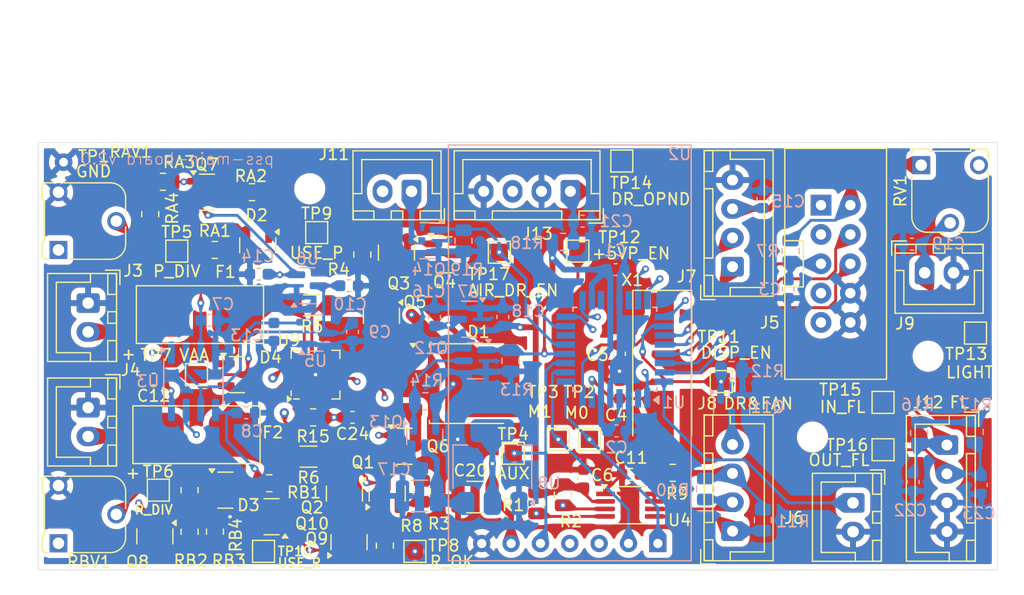
<source format=kicad_pcb>
(kicad_pcb (version 20240108) (generator "pcbnew") (generator_version "8.0")
  (layers (0 "F.Cu" signal) (1 "In1.Cu" signal) (2 "In2.Cu" signal) (31 "B.Cu" signal) (34 "B.Paste" user) (35 "F.Paste" user) (36 "B.SilkS" user "B.Silkscreen") (37 "F.SilkS" user "F.Silkscreen") (38 "B.Mask" user) (39 "F.Mask" user) (44 "Edge.Cuts" user))
  (net 0 "")
  (net 1 "+3.3V")
  (net 2 "GND")
  (net 3 "Net-(U1-XTAL1{slash}PB6)")
  (net 4 "Net-(D2-common)")
  (net 5 "VAA")
  (net 6 "Net-(U4-EN)")
  (net 7 "/VREF")
  (net 8 "/VOFFSET")
  (net 9 "VCC")
  (net 10 "Net-(Q13-D)")
  (net 11 "/LIGHT_VALUE")
  (net 12 "+5VP")
  (net 13 "/IS_DOOR_OPENED")
  (net 14 "/INDOOR_FL")
  (net 15 "/OUTDOOR_FL")
  (net 16 "Net-(Q6-D)")
  (net 17 "Net-(Q5-D)")
  (net 18 "Net-(D2-K)")
  (net 19 "Net-(D2-A)")
  (net 20 "/R_VCC_BS")
  (net 21 "/P_VCC_BS")
  (net 22 "Net-(J3-Pin_2)")
  (net 23 "Net-(J4-Pin_2)")
  (net 24 "/RESET#")
  (net 25 "Net-(U1-XTAL2{slash}PB7)")
  (net 28 "/TXD")
  (net 29 "/WAKEUP_BUTTON")
  (net 30 "/SCL")
  (net 31 "/SDA")
  (net 32 "Net-(J8-Pin_4)")
  (net 33 "/SCL_5V")
  (net 34 "/SDA_5V")
  (net 35 "Net-(Q1-S)")
  (net 36 "Net-(Q1-D)")
  (net 37 "/IS_USE_RESERVE")
  (net 38 "/IS_USE_PRIMARY")
  (net 39 "Net-(Q3-S)")
  (net 40 "Net-(Q3-D)")
  (net 41 "/P_VCC_AS")
  (net 42 "/R_VCC_AS")
  (net 43 "Net-(Q7-D)")
  (net 44 "Net-(Q8-D)")
  (net 45 "Net-(Q9-S)")
  (net 46 "/DISPLAY_EN")
  (net 47 "Net-(Q12-D)")
  (net 48 "/+5VP_EN")
  (net 49 "/AIR_DRYER_EN")
  (net 50 "/IS_RESERVE_OK")
  (net 51 "Net-(U9-VPU)")
  (net 52 "/LORA_M1")
  (net 53 "/LORA_AUX")
  (net 54 "/SCK")
  (net 55 "/LORA_M0")
  (net 56 "/MISO")
  (net 61 "Net-(D3-common)")
  (net 62 "Net-(D3-K)")
  (net 63 "Net-(D3-A)")
  (net 64 "/RXD")
  (net 66 "/MOSI")
  (net 69 "Net-(J11-Pin_1)")
  (net 70 "Net-(RA3-Pad2)")
  (net 71 "Net-(RB3-Pad2)")
  (footprint "MountingHole:MountingHole_2.2mm_M2" (layer "F.Cu") (at 105 44.5)
    (property "Reference" "H2" (hide yes))
    (property "Value" "MountingHole")
  )
  (footprint "Package_TO_SOT_SMD:SOT-23" (layer "F.Cu") (at 69.7 45.3)
    (property "Reference" "Q6")
    (property "Value" "IRLML5203")
  )
  (footprint "TestPoint:TestPoint_Pad_1.5x1.5mm" (layer "F.Cu") (at 88.5 20.6)
    (property "Reference" "TP14")
    (property "Value" "DOOR_OPENED")
  )
  (footprint "TestPoint:TestPoint_Pad_1.5x1.5mm" (layer "F.Cu") (at 70.6 54.4)
    (property "Reference" "TP8")
    (property "Value" "R_OK")
  )
  (footprint "Resistor_SMD:R_0805_2012Metric" (layer "F.Cu") (at 48.8 22.4 180)
    (property "Reference" "RA3")
    (property "Value" "1M")
  )
  (footprint "MountingHole:MountingHole_2.2mm_M2" (layer "F.Cu") (at 115 37.5)
    (property "Reference" "H3" (hide yes))
    (property "Value" "MountingHole")
  )
  (footprint "TestPoint:TestPoint_Pad_1.5x1.5mm" (layer "F.Cu") (at 84.7 28.4)
    (property "Reference" "TP12")
    (property "Value" "+5VP_EN")
  )
  (footprint "TestPoint:TestPoint_Pad_1.5x1.5mm" (layer "F.Cu") (at 79.1 45.9)
    (property "Reference" "TP4")
    (property "Value" "AUX")
  )
  (footprint "TestPoint:TestPoint_Pad_1.5x1.5mm" (layer "F.Cu") (at 62.1 26.8)
    (property "Reference" "TP9")
    (property "Value" "USE_P")
  )
  (footprint "Package_TO_SOT_SMD:SOT-23" (layer "F.Cu") (at 52.6 23.3)
    (property "Reference" "Q7")
    (property "Value" "IRLML5203")
  )
  (footprint "Package_TO_SOT_SMD:SOT-23" (layer "F.Cu") (at 73.155097 28.726082)
    (property "Reference" "Q4")
    (property "Value" "IRLML0030")
  )
  (footprint "TestPoint:TestPoint_Pad_1.5x1.5mm" (layer "F.Cu") (at 97.1 39.7)
    (property "Reference" "TP11")
    (property "Value" "DISP_EN")
  )
  (footprint "Capacitor_SMD:C_0603_1608Metric" (layer "F.Cu") (at 88.3 37.3 -90)
    (property "Reference" "C5")
    (property "Value" "15 pF")
  )
  (footprint "TestPoint:TestPoint_Pad_1.5x1.5mm" (layer "F.Cu") (at 51.7 39.1)
    (property "Reference" "TP7")
    (property "Value" "VAA")
  )
  (footprint "Package_TO_SOT_SMD:SOT-23" (layer "F.Cu") (at 67.7 34 -90)
    (property "Reference" "Q5")
    (property "Value" "IRLML5203")
  )
  (footprint "Resistor_SMD:R_0805_2012Metric" (layer "F.Cu") (at 71.2 49.2 90)
    (property "Reference" "R3")
    (property "Value" "100K")
  )
  (footprint "Resistor_SMD:R_0805_2012Metric" (layer "F.Cu") (at 47.7 25.2 -90)
    (property "Reference" "RA4")
    (property "Value" "2M")
  )
  (footprint "Resistor_SMD:R_0805_2012Metric" (layer "F.Cu") (at 92.9 47.6 180)
    (property "Reference" "R9")
    (property "Value" "200K")
  )
  (footprint "Connector_JST:JST_XH_B2B-XH-A_1x02_P2.50mm_Vertical" (layer "F.Cu") (at 42.325 41.95 -90)
    (property "Reference" "J4")
    (property "Value" "JST XH 2P")
  )
  (footprint "Package_TO_SOT_SMD:SOT-23" (layer "F.Cu") (at 69 28.5375 -90)
    (property "Reference" "Q3")
    (property "Value" "IRLML5203")
  )
  (footprint "Capacitor_SMD:C_0603_1608Metric" (layer "F.Cu") (at 48 39.5 180)
    (property "Reference" "C12")
    (property "Value" "100 nF")
  )
  (footprint "TestPoint:TestPoint_Pad_1.5x1.5mm" (layer "F.Cu") (at 111.1 45.6)
    (property "Reference" "TP16")
    (property "Value" "OUT_FL")
  )
  (footprint "TestPoint:TestPoint_Pad_1.5x1.5mm" (layer "F.Cu") (at 48.4 49.1)
    (property "Reference" "TP6")
    (property "Value" "R_DIV")
  )
  (footprint "TestPoint:TestPoint_Pad_1.5x1.5mm" (layer "F.Cu") (at 57.5 54.4)
    (property "Reference" "TP10")
    (property "Value" "USE_R")
  )
  (footprint "TestPoint:TestPoint_Pad_1.5x1.5mm" (layer "F.Cu") (at 85.7 44.7)
    (property "Reference" "TP2")
    (property "Value" "M0")
  )
  (footprint "TestPoint:TestPoint_Pad_1.5x1.5mm" (layer "F.Cu") (at 77.9 28.5)
    (property "Reference" "TP17")
    (property "Value" "AIR_DR_EN")
  )
  (footprint "Resistor_SMD:R_0805_2012Metric" (layer "F.Cu") (at 61.7875 42.8 180)
    (property "Reference" "R15")
    (property "Value" "10K")
  )
  (footprint "Resistor_SMD:R_0805_2012Metric" (layer "F.Cu") (at 66.05 28.7 -90)
    (property "Reference" "R4")
    (property "Value" "100K")
  )
  (footprint "Package_TO_SOT_SMD:SOT-23" (layer "F.Cu") (at 54.2 49.1)
    (property "Reference" "D3")
    (property "Value" "BAS40-04")
  )
  (footprint "Crystal:Crystal_SMD_HC49-SD" (layer "F.Cu") (at 92 38.5 -90)
    (property "Reference" "X1")
    (property "Value" "HC-49SM, 8MHZ")
  )
  (footprint "Connector_JST:JST_XH_B2B-XH-A_1x02_P2.50mm_Vertical" (layer "F.Cu") (at 108.5 50.2 -90)
    (property "Reference" "J6")
    (property "Value" "JST XH 2P")
  )
  (footprint "Resistor_SMD:R_0805_2012Metric" (layer "F.Cu") (at 53.3 52.7 90)
    (property "Reference" "RB4")
    (property "Value" "2M")
  )
  (footprint "Resistor_SMD:R_0805_2012Metric" (layer "F.Cu") (at 68 53.9 90)
    (property "Reference" "R8")
    (property "Value" "100K")
  )
  (footprint "Connector_JST:JST_XH_B4B-XH-A_1x04_P2.50mm_Vertical" (layer "F.Cu") (at 98.075 52.65 90)
    (property "Reference" "J8")
    (property "Value" "2004A I2C Display")
  )
  (footprint "Package_TO_SOT_SMD:SOT-23" (layer "F.Cu") (at 48.1 53.1 -90)
    (property "Reference" "Q8")
    (property "Value" "IRLML5203")
  )
  (footprint "Library:TestPoint_Plated_Hole_D1.0mm" (layer "F.Cu") (at 40.2 20.7)
    (property "Reference" "TP1")
    (property "Value" "GND")
  )
  (footprint "Package_TO_SOT_SMD:SOT-23" (layer "F.Cu") (at 58.2 51.4 180)
    (property "Reference" "Q10")
    (property "Value" "IRLML0030")
  )
  (footprint "TestPoint:TestPoint_Pad_1.5x1.5mm" (layer "F.Cu") (at 111.1 41.5)
    (property "Reference" "TP15")
    (property "Value" "IN_FL")
  )
  (footprint "Capacitor_SMD:C_0603_1608Metric" (layer "F.Cu") (at 85.2 48.1 -90)
    (property "Reference" "C6")
    (property "Value" "100 nF")
  )
  (footprint "Package_TO_SOT_SMD:SOT-23" (layer "F.Cu") (at 55.2 39.1)
    (property "Reference" "D4")
    (property "Value" "BAS40-05")
  )
  (footprint "Resistor_SMD:R_0805_2012Metric" (layer "F.Cu") (at 51.1 52.7 -90)
    (property "Reference" "RB3")
    (property "Value" "1M")
  )
  (footprint "Resistor_SMD:R_0805_2012Metric" (layer "F.Cu") (at 51.1 49.1 -90)
    (property "Reference" "RB2")
    (property "Value" "2M")
  )
  (footprint "Potentiometer_THT:Potentiometer_Runtron_RM-065_Vertical" (layer "F.Cu") (at 39.76 28.3 90)
    (property "Reference" "RAV1")
    (property "Value" "RM065, 1M")
  )
  (footprint "Connector_JST:JST_XH_B2B-XH-A_1x02_P2.50mm_Vertical" (layer "F.Cu") (at 42.325 32.9 -90)
    (property "Reference" "J3")
    (property "Value" "JST XH 2P")
  )
  (footprint "Connector_JST:JST_XH_B2B-XH-A_1x02_P2.50mm_Vertical" (layer "F.Cu") (at 114.7 30.275)
    (property "Reference" "J9")
    (property "Value" "JST XH 2P")
  )
  (footprint "Package_TO_SOT_SMD:SOT-23" (layer "F.Cu") (at 64.5 49.4 -90)
    (property "Reference" "Q2")
    (property "Value" "IRLML0030")
  )
  (footprint "Capacitor_SMD:C_0603_1608Metric" (layer "F.Cu") (at 89.2875 47.725)
    (property "Reference" "C11")
    (property "Value" "200 pF")
  )
  (footprint "Resistor_SMD:R_0805_2012Metric" (layer "F.Cu") (at 83.4 49.5 -90)
    (property "Reference" "R2")
    (property "Value" "4K7")
  )
  (footprint "Capacitor_SMD:C_1210_3225Metric" (layer "F.Cu") (at 75.8 49.7)
    (property "Reference" "C20")
    (property "Value" "22 uF")
  )
  (footprint "Resistor_SMD:R_0805_2012Metric" (layer "F.Cu") (at 81.1 50.2 -90)
    (property "Reference" "R1")
    (property "Value" "4K7")
  )
  (footprint "Capacitor_SMD:C_0603_1608Metric" (layer "F.Cu") (at 65.2 42.8 180)
    (property "Reference" "C24")
    (property "Value" "100 nF")
  )
  (footprint "Connector_JST:JST_XH_B4B-XH-A_1x04_P2.50mm_Vertical" (layer "F.Cu") (at 116.625 45.19 -90)
    (property "Reference" "J12")
    (property "Value" "JST XH B4B")
  )
  (footprint "Potentiometer_THT:Potentiometer_Runtron_RM-065_Vertical" (layer "F.Cu") (at 39.76 53.7 90)
    (property "Reference" "RBV1")
    (property "Value" "RM065, 1M")
  )
  (footprint "Resistor_SMD:R_1206_3216Metric" (layer "F.Cu") (at 61.4 46.2 180)
    (property "Reference" "R6")
    (property "Value" "0.01")
  )
  (footprint "Resistor_SMD:R_0805_2012Metric" (layer "F.Cu") (at 53.2875 28.3)
    (property "Reference" "RA1")
    (property "Value" "1M")
  )
  (footprint "Connector_JST:JST_XH_B4B-XH-A_1x04_P2.50mm_Vertical" (layer "F.Cu") (at 98.075 29.75 90)
    (property "Reference" "J7")
    (property "Value" "BME280")
  )
  (footprint "Library:FuseHolder1808" (layer "F.Cu") (at 52 33.9)
    (property "Reference" "F1")
    (property "Value" "2A")
  )
  (footprint "Capacitor_SMD:C_0603_1608Metric" (layer "F.Cu") (at 88.3 40.4 90)
    (property "Reference" "C4")
    (property "Value" "15 pF")
  )
  (footprint "Package_TO_SOT_SMD:SOT-23" (layer "F.Cu") (at 68.2 49.4 90)
    (property "Reference" "Q1")
    (property "Value" "IRLML5203")
  )
  (footprint "TestPoint:TestPoint_Pad_1.5x1.5mm" (layer "F.Cu") (at 119.1 35.5)
    (property "Reference" "TP13")
    (property "Value" "LIGHT")
  )
  (footprint "Library:FuseHolder1808" (layer "F.Cu") (at 51.7 44.3)
    (property "Reference" "F2")
    (property "Value" "2A")
  )
  (footprint "Package_DFN_QFN:Texas_RGV0016A_VQFN-16-1EP_4x4mm_P0.65mm_EP2.1x2.1mm" (layer "F.Cu") (at 62 39.1 90)
    (property "Reference" "U9")
    (property "Value" "INA3221")
  )
  (footprint "Library:DC3-2x05_p2.54" (layer "F.Cu") (at 107 29.5 90)
    (property "Reference" "J5")
    (property "Value" "USBASP" (hide yes))
  )
  (footprint "MountingHole:MountingHole_2.2mm_M2" (layer "F.Cu") (at 61.5 23)
    (property "Reference" "H1" (hide yes))
    (property "Value" "MountingHole")
  )
  (footprint "Resistor_SMD:R_0805_2012Metric" (layer "F.Cu") (at 58 48.5 180)
    (property "Reference" "RB1")
    (property "Value" "1M")
  )
  (footprint "TestPoint:TestPoint_Pad_1.5x1.5mm" (layer "F.Cu") (at 50 28.4)
    (property "Reference" "TP5")
    (property "Value" "P_DIV")
  )
  (footprint "Connector_JST:JST_XH_B4B-XH-A_1x04_P2.50mm_Vertical" (layer "F.Cu") (at 84.049 23.225 180)
    (property "Reference" "J13")
    (property "Value" "JST XH B4B")
  )
  (footprint "Package_SO:MSOP-8_3x3mm_P0.65mm" (layer "F.Cu") (at 89.2 50.4)
    (property "Reference" "U4")
    (property "Value" "PCA9306")
  )
  (footprint "Connector_JST:JST_XH_B2B-XH-A_1x02_P2.50mm_Vertical" (layer "F.Cu") (at 70.3 23.225 180)
    (property "Reference" "J11")
    (property "Value" "JST XH 2P")
  )
  (footprint "Package_TO_SOT_SMD:SOT-23" (layer "F.Cu") (at 57 27.9 -90)
    (property "Reference" "D2")
    (property "Value" "BAS40-04")
  )
  (footprint "Package_TO_SOT_SMD:TO-252-2" (layer "F.Cu") (at 75.165 39.875)
    (property "Reference" "D1")
    (property "Value" "MBR1060CS")
  )
  (footprint "Package_TO_SOT_SMD:SOT-23" (layer "F.Cu") (at 64.9 53.6 90)
    (property "Reference" "Q9")
    (property "Value" "IRLML5203")
  )
  (footprint "Resistor_SMD:R_1206_3216Metric" (layer "F.Cu") (at 61.7 33.1 180)
    (property "Reference" "R5")
    (property "Value" "0.01")
  )
  (footprint "TestPoint:TestPoint_Pad_1.5x1.5mm" (layer "F.Cu") (at 83 44.7)
    (property "Reference" "TP3")
    (property "Value" "M1")
  )
  (footprint "Potentiometer_THT:Potentiometer_Runtron_RM-065_Vertical" (layer "F.Cu") (at 114.4 20.96)
    (property "Reference" "RV1")
    (property "Value" "RM065, 2M")
  )
  (footprint "Resistor_SMD:R_0805_2012Metric" (layer "F.Cu") (at 56.5 23.3 180)
    (property "Reference" "RA2")
    (property "Value" "2M")
  )
  (footprint "Capacitor_SMD:C_0603_1608Metric" (layer "B.Cu") (at 113.6 27.8 180)
    (property "Reference" "C19")
    (property "Value" "10 nF")
  )
  (footprint "Package_TO_SOT_SMD:SOT-23" (layer "B.Cu") (at 71.45 44.5 -90)
    (property "Reference" "Q13")
    (property "Value" "IRLML5203")
  )
  (footprint "Capacitor_SMD:C_0603_1608Metric" (layer "B.Cu") (at 113.7 48.4 -90)
    (property "Reference" "C22")
    (property "Value" "10 nF")
  )
  (footprint "Capacitor_SMD:C_0603_1608Metric" (layer "B.Cu") (at 56 42.4)
    (property "Reference" "C8")
    (property "Value" "100 nF")
  )
  (footprint "Package_TO_SOT_SMD:SOT-23" (layer "B.Cu") (at 61.3 31.4)
    (property "Reference" "U6")
    (property "Value" "MCP1703T-5002E/CB")
  )
  (footprint "Package_SO:SOIC-8_3.9x4.9mm_P1.27mm" (layer "B.Cu") (at 51.435 39.675 -90)
    (property "Reference" "U3")
    (property "Value" "TS3702IDT")
  )
  (footprint "Capacitor_SMD:C_1210_3225Metric" (layer "B.Cu") (at 71 49.6)
    (property "Reference" "C17")
    (property "Value" "22 uF")
  )
  (footprint "Resistor_SMD:R_0805_2012Metric" (layer "B.Cu") (at 78.8625 37.9 -90)
    (property "Reference" "R13")
    (property "Value" "10K")
  )
  (footprint "Resistor_SMD:R_0805_2012Metric" (layer "B.Cu") (at 83.4 27.6 180)
    (property "Reference" "R18")
    (property "Value" "2M")
  )
  (footprint "Package_TO_SOT_SMD:SOT-23" (layer "B.Cu") (at 62 35.5)
    (property "Reference" "U5")
    (property "Value" "MCP1703T-3302E/CB")
  )
  (footprint "Capacitor_SMD:C_0603_1608Metric" (layer "B.Cu") (at 87.95 30)
    (property "Reference" "C1")
    (property "Value" "100 nF")
  )
  (footprint "Capacitor_SMD:C_0603_1608Metric" (layer "B.Cu") (at 52.8 34.4)
    (property "Reference" "C7")
    (property "Value" "100 nF")
  )
  (footprint "Resistor_SMD:R_0805_2012Metric" (layer "B.Cu") (at 114.225 44.15 90)
    (property "Reference" "R16")
    (property "Value" "2M")
  )
  (footprint "Resistor_SMD:R_0805_2012Metric" (layer "B.Cu") (at 103.1 28.4 90)
    (property "Reference" "R7")
    (property "Value" "10K")
  )
  (footprint "Capacitor_SMD:C_0603_1608Metric" (layer "B.Cu") (at 102.9 31.7 -90)
    (property "Reference" "C3")
    (property "Value" "100 nF")
  )
  (footprint "Resistor_SMD:R_0805_2012Metric" (layer "B.Cu") (at 98 38.7)
    (property "Reference" "R12")
    (property "Value" "10K")
  )
  (footprint "Capacitor_SMD:C_0603_1608Metric" (layer "B.Cu") (at 65.2 35.4 -90)
    (property "Reference" "C9")
    (property "Value" "10 uF")
  )
  (footprint "Package_TO_SOT_SMD:SOT-23" (layer "B.Cu") (at 75.3 34.3 180)
    (property "Reference" "U7")
    (property "Value" "MCP1703T-3302E/CB")
  )
  (footprint "Resistor_SMD:R_0805_2012Metric" (layer "B.Cu") (at 95.7 49 -90)
    (property "Reference" "R10")
    (property "Value" "4K7")
  )
  (footprint "Capacitor_SMD:C_0603_1608Metric" (layer "B.Cu") (at 64.9 31.4)
    (property "Reference" "C10")
    (property "Value" "10 uF")
  )
  (footprint "Package_TO_SOT_SMD:SOT-23" (layer "B.Cu") (at 71.7 27.5 180)
    (property "Reference" "Q14")
    (property "Value" "IRLML0030")
  )
  (footprint "Package_TO_SOT_SMD:SOT-223-3_TabPin2" (layer "B.Cu") (at 77.3 47.1 90)
    (property "Reference" "U8")
    (property "Value" "AMS1117-5.0")
  )
  (footprint "Capacitor_SMD:C_0603_1608Metric" (layer "B.Cu") (at 88.05 43.97)
    (property "Reference" "C2")
    (property "Value" "100 nF")
  )
  (footprint "Capacitor_SMD:C_0603_1608Metric" (layer "B.Cu") (at 100.7 23.9 -90)
    (property "Reference" "C15")
    (property "Value" "100 nF")
  )
  (footprint "Library:E220-x" (layer "B.Cu") (at 84 37.2175)
    (property "Reference" "U2")
    (property "Value" "E220-900T22D")
  )
  (footprint "Resistor_SMD:R_0805_2012Metric" (layer "B.Cu") (at 119.025 44.05 90)
    (property "Reference" "R17")
    (property "Value" "2M")
  )
  (footprint "Capacitor_SMD:C_0603_1608Metric" (layer "B.Cu") (at 57.1 30.4 180)
    (property "Reference" "C14")
    (property "Value" "10 uF")
  )
  (footprint "Capacitor_SMD:C_0603_1608Metric" (layer "B.Cu") (at 72.3 34.1 90)
    (property "Reference" "C16")
    (property "Value" "10 uF")
  )
  (footprint "Package_QFP:TQFP-32_7x7mm_P0.8mm" (layer "B.Cu") (at 87.9 36.9 90)
    (property "Reference" "U1")
    (property "Value" "ATmega328-A")
  )
  (footprint "Package_TO_SOT_SMD:SOT-23" (layer "B.Cu") (at 75.8 37.9 180)
    (property "Reference" "Q12")
    (property "Value" "IRLML0030")
  )
  (footprint "Package_TO_SOT_SMD:SOT-23" (layer "B.Cu") (at 98 41.8 -90)
    (property "Reference" "Q11")
    (property "Value" "IRLML0030")
  )
  (footprint "Capacitor_SMD:C_0603_1608Metric" (layer "B.Cu") (at 58.4 35.4 -90)
    (property "Reference" "C13")
    (property "Value" "10 uF")
  )
  (footprint "Resistor_SMD:R_0805_2012Metric" (layer "B.Cu") (at 71.5 41.4 180)
    (property "Reference" "R14")
    (property "Value" "100K")
  )
  (footprint "Capacitor_SMD:C_0603_1608Metric" (layer "B.Cu") (at 78.2 34.1 90)
    (property "Reference" "C18")
    (property "Value" "10 uF")
  )
  (footprint "Resistor_SMD:R_0805_2012Metric" (layer "B.Cu") (at 100.7 51.7 -90)
    (property "Reference" "R11")
    (property "Value" "4K7")
  )
  (footprint "Capacitor_SMD:C_0603_1608Metric" (layer "B.Cu") (at 119.6 48.65 -90)
    (property "Reference" "C23")
    (property "Value" "10 nF")
  )
  (footprint "Capacitor_SMD:C_0603_1608Metric" (layer "B.Cu") (at 85.1 25.813604)
    (property "Reference" "C21")
    (property "Value" "10 nF")
  )
  (footprint "Resistor_SMD:R_0805_2012Metric" (layer "B.Cu") (at 74.8 27.5 -90)
    (property "Reference" "R19")
    (property "Value" "10K")
  )
  (gr_rect (start 38 19) (end 121 56) (stroke (width 0.05)) (fill none) (layer "Edge.Cuts"))
  (gr_text "pss-main-board v2.0" (at 58.5 21 0) (layer "B.SilkS") (effects (font (size 1 1) (thickness 0.1)) (justify left bottom mirror)))
  (segment (start 101.25 24.75) (end 105.14 20.86) (width 0.5) (layer "F.Cu") (net 1))
  (segment (start 80.95 35) (end 81.05 35.1) (width 0.5) (layer "F.Cu") (net 1))
  (segment (start 108.37 24.32) (end 108.37 21.03) (width 0.5) (layer "F.Cu") (net 1))
  (segment (start 79.7 35) (end 80.95 35) (width 0.5) (layer "F.Cu") (net 1))
  (segment (start 62.7 42.8) (end 64.425 42.8) (width 0.25) (layer "F.Cu") (net 1))
  (segment (start 108.2 20.86) (end 114.3 20.86) (width 0.5) (layer "F.Cu") (net 1))
  (segment (start 85.2 48.875) (end 83.6875 48.875) (width 0.5) (layer "F.Cu") (net 1))
  (segment (start 62.975 40.9625) (end 62.975 42.525) (width 0.25) (layer "F.Cu") (net 1))
  (segment (start 105.14 20.86) (end 108.2 20.86) (width 0.5) (layer "F.Cu") (net 1))
  (segment (start 98.075 24.75) (end 101.25 24.75) (width 0.5) (layer "F.Cu") (net 1))
  (segment (start 82.7 49.2875) (end 83.4 48.5875) (width 0.5) (layer "F.Cu") (net 1))
  (segment (start 85.95 50.075) (end 87.0875 50.075) (width 0.25) (layer "F.Cu") (net 1))
  (segment (start 81.05 35.1) (end 81.05 49.2375) (width 0.5) (layer "F.Cu") (net 1))
  (segment (start 81.05 33.610661) (end 81.05 35.1) (width 0.5) (layer "F.Cu") (net 1))
  (segment (start 82.5 29) (end 82.5 32.160661) (width 0.5) (layer "F.Cu") (net 1))
  (segment (start 108.37 21.03) (end 108.2 20.86) (width 0.5) (layer "F.Cu") (net 1))
  (segment (start 81.1 49.2875) (end 82.7 49.2875) (width 0.5) (layer "F.Cu") (net 1))
  (segment (start 85.2 48.875) (end 85.2 49.325) (width 0.25) (layer "F.Cu") (net 1))
  (segment (start 83.6875 48.875) (end 83.4 48.5875) (width 0.5) (layer "F.Cu") (net 1))
  (segment (start 85.2 49.325) (end 85.95 50.075) (width 0.25) (layer "F.Cu") (net 1))
  (segment (start 82.5 32.160661) (end 81.05 33.610661) (width 0.5) (layer "F.Cu") (net 1))
  (via (at 79.7 35) (size 0.6) (drill 0.3) (layers "F.Cu" "B.Cu") (net 1))
  (via (at 63.6 42.8) (size 0.6) (drill 0.3) (layers "F.Cu" "B.Cu") (net 1))
  (via (at 82.5 29) (size 0.6) (drill 0.3) (layers "F.Cu" "B.Cu") (net 1))
  (via (at 120.08125 42.08125) (size 0.6) (drill 0.3) (layers "F.Cu" "B.Cu") (net 1))
  (segment (start 87.5 30.325) (end 87.5 32.65) (width 0.5) (layer "B.Cu") (net 1))
  (segment (start 87.5 36.9) (end 87.5 32.65) (width 0.5) (layer "B.Cu") (net 1))
  (segment (start 103.1 27.4875) (end 104.8525 25.735) (width 0.25) (layer "B.Cu") (net 1))
  (segment (start 114.225 43.2375) (end 118.925 43.2375) (width 0.5) (layer "B.Cu") (net 1))
  (segment (start 106.955 25.735) (end 108.27 24.42) (width 0.25) (layer "B.Cu") (net 1))
  (segment (start 76.075 35.25) (end 77.625 35.25) (width 0.5) (layer "B.Cu") (net 1))
  (segment (start 98.15 24.675) (end 98.075 24.75) (width 0.25) (layer "B.Cu") (net 1))
  (segment (start 87.175 30) (end 87.5 30.325) (width 0.5) (layer "B.Cu") (net 1))
  (segment (start 77.625 35.25) (end 78 34.875) (width 0.5) (layer "B.Cu") (net 1))
  (segment (start 87.175 30) (end 85.9 31.275) (width 0.5) (layer "B.Cu") (net 1))
  (segment (start 86.7 43.395) (end 86.7 41.15) (width 0.5) (layer "B.Cu") (net 1))
  (segment (start 87.175 30) (end 83.5 30) (width 0.5) (layer "B.Cu") (net 1))
  (segment (start 78 34.875) (end 79.575 34.875) (width 0.5) (layer "B.Cu") (net 1))
  (segment (start 82.4875 28.9875) (end 82.4875 27.6) (width 0.5) (layer "B.Cu") (net 1))
  (segment (start 104.8525 25.735) (end 106.955 25.735) (width 0.25) (layer "B.Cu") (net 1))
  (segment (start 85.9 31.275) (end 85.9 32.65) (width 0.5) (layer "B.Cu") (net 1))
  (segment (start 86.7 37.7) (end 87.5 36.9) (width 0.5) (layer "B.Cu") (net 1))
  (segment (start 86.7 41.15) (end 86.7 37.7) (width 0.5) (layer "B.Cu") (net 1))
  (segment (start 87.275 43.97) (end 86.7 43.395) (width 0.5) (layer "B.Cu") (net 1))
  (segment (start 119.025 43.1375) (end 120.08125 42.08125) (width 0.5) (layer "B.Cu") (net 1))
  (segment (start 87.275 43.97) (end 88.3 42.945) (width 0.5) (layer "B.Cu") (net 1))
  (segment (start 88.3 42.945) (end 88.3 41.15) (width 0.5) (layer "B.Cu") (net 1))
  (segment (start 83.5 30) (end 82.5 29) (width 0.5) (layer "B.Cu") (net 1))
  (segment (start 100.7 24.675) (end 98.15 24.675) (width 0.25) (layer "B.Cu") (net 1))
  (segment (start 82.5 29) (end 82.4875 28.9875) (width 0.5) (layer "B.Cu") (net 1))
  (segment (start 79.575 34.875) (end 79.7 35) (width 0.5) (layer "B.Cu") (net 1))
  (segment (start 62.975 40.075) (end 62 39.1) (width 0.25) (layer "F.Cu") (net 2))
  (segment (start 63.8625 40.075) (end 62.975 40.075) (width 0.25) (layer "F.Cu") (net 2))
  (segment (start 87.0875 49.15) (end 88.5125 47.725) (width 0.25) (layer "F.Cu") (net 2))
  (segment (start 65.975 42.1875) (end 65.975 42.8) (width 0.25) (layer "F.Cu") (net 2))
  (segment (start 62.325 40.9625) (end 62.325 39.425) (width 0.25) (layer "F.Cu") (net 2))
  (segment (start 61.025 40.9625) (end 62.325 40.9625) (width 0.25) (layer "F.Cu") (net 2))
  (segment (start 87.0875 49.425) (end 87.0875 49.15) (width 0.25) (layer "F.Cu") (net 2))
  (segment (start 88.3 38.8) (end 88.3 38.075) (width 0.25) (layer "F.Cu") (net 2))
  (segment (start 63.8625 40.075) (end 65.975 42.1875) (width 0.25) (layer "F.Cu") (net 2))
  (segment (start 88.3 39.625) (end 88.3 38.8) (width 0.25) (layer "F.Cu") (net 2))
  (via (at 54.6 51.4) (size 0.6) (drill 0.3) (layers "F.Cu" "B.Cu") (net 2))
  (via (at 88.3 38.8) (size 0.6) (drill 0.3) (layers "F.Cu" "B.Cu") (net 2))
  (via (at 62 39.1) (size 0.6) (drill 0.3) (layers "F.Cu" "B.Cu") (net 2))
  (via (at 74.3 44.7) (size 0.6) (drill 0.3) (layers "F.Cu" "B.Cu") (net 2))
  (segment (start 88.3 32.65) (end 88.3 39.2) (width 0.5) (layer "B.Cu") (net 2))
  (segment (start 87.5 39.8) (end 88 39.3) (width 0.5) (layer "B.Cu") (net 2))
  (segment (start 89.1 43.695) (end 89.1 41.15) (width 0.5) (layer "B.Cu") (net 2))
  (segment (start 88.425 39.3) (end 89.1 39.975) (width 0.5) (layer "B.Cu") (net 2))
  (segment (start 88 39.3) (end 88.2 39.3) (width 0.5) (layer "B.Cu") (net 2))
  (segment (start 89.1 39.975) (end 89.1 41.15) (width 0.5) (layer "B.Cu") (net 2))
  (segment (start 88.3 30.425) (end 88.3 32.65) (width 0.5) (layer "B.Cu") (net 2))
  (segment (start 88.2 39.3) (end 88.425 39.3) (width 0.5) (layer "B.Cu") (net 2))
  (segment (start 88.725 30) (end 88.3 30.425) (width 0.5) (layer "B.Cu") (net 2))
  (segment (start 87.5 41.15) (end 87.5 39.8) (width 0.5) (layer "B.Cu") (net 2))
  (segment (start 88.3 39.2) (end 88.2 39.3) (width 0.5) (layer "B.Cu") (net 2))
  (segment (start 88.825 43.97) (end 89.1 43.695) (width 0.5) (layer "B.Cu") (net 2))
  (segment (start 87.575 41.175) (end 90.425 41.175) (width 0.25) (layer "F.Cu") (net 3))
  (segment (start 90.425 41.175) (end 92 42.75) (width 0.25) (layer "F.Cu") (net 3))
  (segment (start 85.9 39.5) (end 87.575 41.175) (width 0.25) (layer "F.Cu") (net 3))
  (via (at 85.9 39.5) (size 0.6) (drill 0.3) (layers "F.Cu" "B.Cu") (net 3))
  (segment (start 85.9 41.15) (end 85.9 39.5) (width 0.25) (layer "B.Cu") (net 3))
  (segment (start 56.4625 28.3) (end 54.2 28.3) (width 0.25) (layer "F.Cu") (net 4))
  (segment (start 48.3 27) (end 45.96 27) (width 0.25) (layer "F.Cu") (net 4))
  (segment (start 52.07 32.9) (end 52.07 31.67) (width 0.2) (layer "F.Cu") (net 4))
  (segment (start 50 29.6) (end 50 27) (width 0.2) (layer "F.Cu") (net 4))
  (segment (start 50 27) (end 48.3 27) (width 0.2) (layer "F.Cu") (net 4))
  (segment (start 52.9 27) (end 48.3 27) (width 0.25) (layer "F.Cu") (net 4))
  (segment (start 45.96 27) (end 44.76 25.8) (width 0.25) (layer "F.Cu") (net 4))
  (segment (start 57 28.8375) (end 56.4625 28.3) (width 0.25) (layer "F.Cu") (net 4))
  (segment (start 52.07 31.67) (end 50 29.6) (width 0.2) (layer "F.Cu") (net 4))
  (segment (start 52.9 27) (end 54.2 28.3) (width 0.25) (layer "F.Cu") (net 4))
  (via (at 52.07 32.9) (size 0.6) (drill 0.3) (layers "F.Cu" "B.Cu") (net 4))
  (segment (start 52.07 37.2) (end 52.07 32.9) (width 0.25) (layer "B.Cu") (net 4))
  (segment (start 56.1375 37.9625) (end 56.3 37.8) (width 0.25) (layer "F.Cu") (net 5))
  (segment (start 56.1375 39.1) (end 51.7 39.1) (width 0.25) (layer "F.Cu") (net 5))
  (segment (start 51.7 39.1) (end 49.175 39.1) (width 0.25) (layer "F.Cu") (net 5))
  (segment (start 49.175 39.1) (end 48.775 39.5) (width 0.25) (layer "F.Cu") (net 5))
  (segment (start 48.775 39.775) (end 49.5 40.5) (width 0.25) (layer "F.Cu") (net 5))
  (segment (start 56.1375 39.1) (end 56.1375 37.9625) (width 0.25) (layer "F.Cu") (net 5))
  (via (at 49.5 40.5) (size 0.6) (drill 0.3) (layers "F.Cu" "B.Cu") (net 5))
  (via (at 56.2 37.7) (size 0.6) (drill 0.3) (layers "F.Cu" "B.Cu") (net 5))
  (segment (start 62.7 31.8625) (end 62.7 35.5) (width 0.25) (layer "B.Cu") (net 5))
  (segment (start 56.7 35.4) (end 62.1375 35.4) (width 0.25) (layer "B.Cu") (net 5))
  (segment (start 64.325 35.5) (end 65.2 34.625) (width 0.25) (layer "B.Cu") (net 5))
  (segment (start 62.2375 31.4) (end 62.7 31.8625) (width 0.25) (layer "B.Cu") (net 5))
  (segment (start 49.53 40.73) (end 49.53 42.15) (width 0.25) (layer "B.Cu") (net 5))
  (segment (start 56.2 37.7) (end 56.2 35.9) (width 0.25) (layer "B.Cu") (net 5))
  (segment (start 63.9625 31.4) (end 62.2375 31.4) (width 0.25) (layer "B.Cu") (net 5))
  (segment (start 56.2 35.9) (end 56.7 35.4) (width 0.25) (layer "B.Cu") (net 5))
  (segment (start 62.7 35.5) (end 64.325 35.5) (width 0.25) (layer "B.Cu") (net 5))
  (segment (start 91.3125 50.075) (end 91.3125 49.425) (width 0.25) (layer "F.Cu") (net 6))
  (segment (start 91.3125 48.5) (end 91.3125 48.275) (width 0.25) (layer "F.Cu") (net 6))
  (segment (start 91.3125 49.425) (end 91.3125 48.5) (width 0.25) (layer "F.Cu") (net 6))
  (segment (start 91.3125 48.275) (end 91.9875 47.6) (width 0.25) (layer "F.Cu") (net 6))
  (segment (start 90.0625 47.725) (end 90.5375 47.725) (width 0.25) (layer "F.Cu") (net 6))
  (segment (start 90.5375 47.725) (end 91.3125 48.5) (width 0.25) (layer "F.Cu") (net 6))
  (segment (start 51.95 40.15) (end 50.8 39) (width 0.25) (layer "B.Cu") (net 7))
  (segment (start 52.07 42.15) (end 52.07 40.27) (width 0.25) (layer "B.Cu") (net 7))
  (segment (start 56.775 34.625) (end 55.5 35.9) (width 0.25) (layer "B.Cu") (net 7))
  (segment (start 55.5 38.7) (end 54.05 40.15) (width 0.25) (layer "B.Cu") (net 7))
  (segment (start 50.8 39) (end 50.8 37.2) (width 0.25) (layer "B.Cu") (net 7))
  (segment (start 60.2875 34.625) (end 56.775 34.625) (width 0.25) (layer "B.Cu") (net 7))
  (segment (start 54.05 40.15) (end 51.95 40.15) (width 0.25) (layer "B.Cu") (net 7))
  (segment (start 52.07 40.27) (end 51.95 40.15) (width 0.25) (layer "B.Cu") (net 7))
  (segment (start 55.5 35.9) (end 55.5 38.7) (width 0.25) (layer "B.Cu") (net 7))
  (segment (start 52.7 25.2875) (end 51.6625 24.25) (width 0.25) (layer "F.Cu") (net 8))
  (segment (start 47.15 52.1625) (end 47.15 50.75) (width 0.25) (layer "F.Cu") (net 8))
  (segment (start 47.15 50.75) (end 46.7 50.3) (width 0.25) (layer "F.Cu") (net 8))
  (segment (start 52.7 25.3) (end 52.7 25.2875) (width 0.25) (layer "F.Cu") (net 8))
  (via (at 58.9 30.45) (size 0.6) (drill 0.3) (layers "F.Cu" "B.Cu") (net 8))
  (via (at 52.7 25.3) (size 0.6) (drill 0.3) (layers "F.Cu" "B.Cu") (net 8))
  (via (at 46.7 50.2) (size 0.6) (drill 0.3) (layers "F.Cu" "B.Cu") (net 8))
  (segment (start 60.3625 30.45) (end 57.975 30.45) (width 0.25) (layer "B.Cu") (net 8))
  (segment (start 52.7 25.3) (end 55.2125 25.3) (width 0.25) (layer "B.Cu") (net 8))
  (segment (start 55.2125 25.3) (end 60.3625 30.45) (width 0.25) (layer "B.Cu") (net 8))
  (segment (start 74.75 36.05) (end 73.5 34.8) (width 0.5) (layer "F.Cu") (net 9))
  (segment (start 70.3 33.9) (end 74.75 38.35) (width 1) (layer "F.Cu") (net 9))
  (segment (start 74.75 38.35) (end 74.75 36.05) (width 0.5) (layer "F.Cu") (net 9))
  (via (at 73.5 34.8) (size 0.6) (drill 0.3) (layers "F.Cu" "B.Cu") (net 9))
  (via (at 70.3 33.9) (size 0.6) (drill 0.3) (layers "F.Cu" "B.Cu") (net 9))
  (via (at 73.908058 39.908058) (size 0.6) (drill 0.3) (layers "F.Cu" "B.Cu") (net 9))
  (segment (start 72.4 43.5625) (end 72.4 41.4125) (width 0.5) (layer "B.Cu") (net 9))
  (segment (start 73.7875 34.875) (end 74.3625 34.3) (width 0.5) (layer "B.Cu") (net 9))
  (segment (start 73.908058 39.908058) (end 72.416116 41.4) (width 0.5) (layer "B.Cu") (net 9))
  (segment (start 72.3 34.875) (end 73.7875 34.875) (width 0.5) (layer "B.Cu") (net 9))
  (segment (start 71.45 45.4375) (end 72.5 46.4875) (width 0.5) (layer "B.Cu") (net 10))
  (segment (start 73.125 50.25) (end 72.475 49.6) (width 0.5) (layer "B.Cu") (net 10))
  (segment (start 75 50.25) (end 73.125 50.25) (width 0.5) (layer "B.Cu") (net 10))
  (segment (start 72.5 46.4875) (end 72.5 49.575) (width 0.5) (layer "B.Cu") (net 10))
  (segment (start 114.7 31.2) (end 114.7 30.1) (width 0.25) (layer "F.Cu") (net 11))
  (segment (start 119 35.5) (end 114.7 31.2) (width 0.25) (layer "F.Cu") (net 11))
  (via (at 94 32.675) (size 0.6) (drill 0.3) (layers "F.Cu" "B.Cu") (net 11))
  (segment (start 114.7 28.125) (end 114.375 27.8) (width 0.25) (layer "B.Cu") (net 11))
  (segment (start 94 32.675) (end 92.575 34.1) (width 0.25) (layer "B.Cu") (net 11))
  (segment (start 116.24 25.96) (end 116.9 25.96) (width 0.25) (layer "B.Cu") (net 11))
  (segment (start 114.7 30.1) (end 114.7 28.125) (width 0.25) (layer "B.Cu") (net 11))
  (segment (start 114.4 27.8) (end 116.24 25.96) (width 0.25) (layer "B.Cu") (net 11))
  (segment (start 77.3 49.575) (end 77.3 47) (width 0.5) (layer "F.Cu") (net 12))
  (segment (start 77.275 49.7) (end 78.92 51.345) (width 0.5) (layer "F.Cu") (net 12))
  (segment (start 78.92 51.345) (end 78.92 53.7175) (width 0.5) (layer "F.Cu") (net 12))
  (segment (start 93.8125 47.6) (end 98.025 47.6) (width 0.5) (layer "F.Cu") (net 12))
  (via (at 77.3 46.8) (size 0.6) (drill 0.3) (layers "F.Cu" "B.Cu") (net 12))
  (segment (start 95.7 48.0875) (end 97.6375 48.0875) (width 0.25) (layer "B.Cu") (net 12))
  (segment (start 100.7 50.275) (end 98.075 47.65) (width 0.25) (layer "B.Cu") (net 12))
  (segment (start 77.3 46.8) (end 77.3 50.25) (width 0.5) (layer "B.Cu") (net 12))
  (segment (start 100.7 50.7875) (end 100.7 50.275) (width 0.25) (layer "B.Cu") (net 12))
  (segment (start 77.3 43.95) (end 77.3 46.8) (width 0.5) (layer "B.Cu") (net 12))
  (segment (start 84.05 23.225) (end 85.875 23.225) (width 0.25) (layer "F.Cu") (net 13))
  (segment (start 85.875 23.225) (end 88.5 20.6) (width 0.25) (layer "F.Cu") (net 13))
  (via (at 90.5 38.9) (size 0.6) (drill 0.3) (layers "F.Cu" "B.Cu") (net 13))
  (segment (start 90.7 39.1) (end 90.5 38.9) (width 0.25) (layer "B.Cu") (net 13))
  (segment (start 90.7 41.15) (end 90.7 39.1) (width 0.25) (layer "B.Cu") (net 13))
  (segment (start 84.3125 27.6) (end 84.3125 25.826104) (width 0.25) (layer "B.Cu") (net 13))
  (segment (start 84.325 25.813604) (end 84.325 23.5) (width 0.25) (layer "B.Cu") (net 13))
  (segment (start 113.175 41.5) (end 116.625 44.95) (width 0.25) (layer "F.Cu") (net 14))
  (segment (start 111.1 41.5) (end 113.175 41.5) (width 0.25) (layer "F.Cu") (net 14))
  (via (at 90.55 29.95) (size 0.6) (drill 0.3) (layers "F.Cu" "B.Cu") (net 14))
  (segment (start 89.9 30.6) (end 89.9 32.65) (width 0.25) (layer "B.Cu") (net 14))
  (segment (start 114.225 45.0625) (end 116.5125 45.0625) (width 0.25) (layer "B.Cu") (net 14))
  (segment (start 90.55 29.95) (end 89.9 30.6) (width 0.25) (layer "B.Cu") (net 14))
  (segment (start 113.9625 47.6125) (end 113.9625 45.325) (width 0.25) (layer "B.Cu") (net 14))
  (segment (start 114.3375 44.95) (end 116.15 44.95) (width 0.25) (layer "B.Cu") (net 14))
  (segment (start 114.775 45.6) (end 116.625 47.45) (width 0.25) (layer "F.Cu") (net 15))
  (segment (start 111.1 45.6) (end 114.775 45.6) (width 0.25) (layer "F.Cu") (net 15))
  (via (at 91.8 30.8) (size 0.6) (drill 0.3) (layers "F.Cu" "B.Cu") (net 15))
  (segment (start 90.7 31.9) (end 90.7 32.65) (width 0.25) (layer "B.Cu") (net 15))
  (segment (start 117.235 47.69) (end 119.415 47.69) (width 0.25) (layer "B.Cu") (net 15))
  (segment (start 91.8 30.8) (end 90.7 31.9) (width 0.25) (layer "B.Cu") (net 15))
  (segment (start 119.5 45.6375) (end 118.925 45.0625) (width 0.25) (layer "B.Cu") (net 15))
  (segment (start 119.5 47.775) (end 119.5 45.6375) (width 0.25) (layer "B.Cu") (net 15))
  (segment (start 70.6375 45.3) (end 70.6375 42.6675) (width 1) (layer "F.Cu") (net 16))
  (segment (start 70.6375 42.6675) (end 70.125 42.155) (width 1) (layer "F.Cu") (net 16))
  (segment (start 67.7 35.17) (end 70.125 37.595) (width 1) (layer "F.Cu") (net 17))
  (segment (start 67.7 34.9375) (end 67.7 35.17) (width 1) (layer "F.Cu") (net 17))
  (segment (start 56.05 26.9625) (end 55.2 26.1125) (width 0.25) (layer "F.Cu") (net 18))
  (segment (start 55.2 26.1125) (end 47.7 26.1125) (width 0.25) (layer "F.Cu") (net 18))
  (segment (start 57.4125 23.3) (end 57.95 23.8375) (width 0.25) (layer "F.Cu") (net 19))
  (segment (start 57.95 23.8375) (end 57.95 26.9625) (width 0.25) (layer "F.Cu") (net 19))
  (segment (start 56.4 44.3) (end 58.3 46.2) (width 1) (layer "F.Cu") (net 20))
  (segment (start 58.2 40.850001) (end 59.625001 39.425) (width 0.25) (layer "F.Cu") (net 20))
  (segment (start 58.9125 48.2125) (end 55 44.3) (width 0.25) (layer "F.Cu") (net 20))
  (segment (start 58.3 46.2) (end 59.9375 46.2) (width 1) (layer "F.Cu") (net 20))
  (segment (start 59.625001 39.425) (end 60.1375 39.425) (width 0.25) (layer "F.Cu") (net 20))
  (segment (start 54.2625 40.05) (end 54.885 40.6725) (width 0.25) (layer "F.Cu") (net 20))
  (segment (start 58.2 43.3) (end 58.2 40.850001) (width 0.25) (layer "F.Cu") (net 20))
  (segment (start 54.885 40.6725) (end 54.885 44.3) (width 0.25) (layer "F.Cu") (net 20))
  (segment (start 59.9375 46.2) (end 59.9375 45.0375) (width 0.25) (layer "F.Cu") (net 20))
  (segment (start 59.9375 45.0375) (end 58.2 43.3) (width 0.25) (layer "F.Cu") (net 20))
  (segment (start 54.985 35) (end 56.885 33.1) (width 1) (layer "F.Cu") (net 21))
  (segment (start 61.025 34.025) (end 61.025 37.2375) (width 0.25) (layer "F.Cu") (net 21))
  (segment (start 60.2375 33.2375) (end 61.025 34.025) (width 0.25) (layer "F.Cu") (net 21))
  (segment (start 52.375 28.3) (end 52.375 29.775) (width 0.25) (layer "F.Cu") (net 21))
  (segment (start 56.885 33.1) (end 60.2375 33.1) (width 1) (layer "F.Cu") (net 21))
  (segment (start 55.185 37.2275) (end 55.185 33.9) (width 0.25) (layer "F.Cu") (net 21))
  (segment (start 52.375 29.775) (end 54.985 32.385) (width 0.25) (layer "F.Cu") (net 21))
  (segment (start 54.2625 38.15) (end 55.185 37.2275) (width 0.25) (layer "F.Cu") (net 21))
  (segment (start 42.4 35.4) (end 47.275 35.4) (width 1) (layer "F.Cu") (net 22))
  (segment (start 47.275 35.4) (end 48.775 33.9) (width 1) (layer "F.Cu") (net 22))
  (segment (start 42.325 44.45) (end 48.325 44.45) (width 1) (layer "F.Cu") (net 23))
  (segment (start 94.3 37.2) (end 102 29.5) (width 0.25) (layer "F.Cu") (net 24))
  (segment (start 102 29.5) (end 105.73 29.5) (width 0.25) (layer "F.Cu") (net 24))
  (via (at 94.3 37.2) (size 0.6) (drill 0.3) (layers "F.Cu" "B.Cu") (net 24))
  (segment (start 94.2 37.3) (end 94.3 37.2) (width 0.25) (layer "B.Cu") (net 24))
  (segment (start 103.1 29.3125) (end 103.1 30.725) (width 0.25) (layer "B.Cu") (net 24))
  (segment (start 103.7125 29.3125) (end 103.9 29.5) (width 0.25) (layer "B.Cu") (net 24))
  (segment (start 103.9 29.5) (end 105.73 29.5) (width 0.25) (layer "B.Cu") (net 24))
  (segment (start 92.15 37.3) (end 94.2 37.3) (width 0.25) (layer "B.Cu") (net 24))
  (segment (start 103.1 29.3125) (end 103.7125 29.3125) (width 0.25) (layer "B.Cu") (net 24))
  (segment (start 89.725 36.525) (end 92 34.25) (width 0.25) (layer "F.Cu") (net 25))
  (segment (start 86.2 37) (end 86.675 36.525) (width 0.25) (layer "F.Cu") (net 25))
  (segment (start 88.1 36.525) (end 89.725 36.525) (width 0.25) (layer "F.Cu") (net 25))
  (segment (start 86.675 36.525) (end 88.1 36.525) (width 0.25) (layer "F.Cu") (net 25))
  (via (at 86.2 37) (size 0.6) (drill 0.3) (layers "F.Cu" "B.Cu") (net 25))
  (segment (start 86.2 37) (end 85.1 38.1) (width 0.25) (layer "B.Cu") (net 25))
  (segment (start 85.1 38.1) (end 85.1 41.15) (width 0.25) (layer "B.Cu") (net 25))
  (segment (start 107 32.7) (end 107 30.77) (width 0.25) (layer "F.Cu") (net 28))
  (segment (start 107 30.77) (end 108.27 29.5) (width 0.25) (layer "F.Cu") (net 28))
  (segment (start 100.8 33.3) (end 106.4 33.3) (width 0.25) (layer "F.Cu") (net 28))
  (segment (start 106.4 33.3) (end 107 32.7) (width 0.25) (layer "F.Cu") (net 28))
  (segment (start 97 37.1) (end 100.8 33.3) (width 0.25) (layer "F.Cu") (net 28))
  (via (at 97 37.1) (size 0.6) (drill 0.3) (layers "F.Cu" "B.Cu") (net 28))
  (segment (start 97 37.1) (end 95.2 38.9) (width 0.25) (layer "B.Cu") (net 28))
  (segment (start 95.2 38.9) (end 92.15 38.9) (width 0.25) (layer "B.Cu") (net 28))
  (segment (start 95.875 46.475) (end 99.175 46.475) (width 0.25) (layer "B.Cu") (net 29))
  (segment (start 92.15 42.75) (end 95.875 46.475) (width 0.25) (layer "B.Cu") (net 29))
  (segment (start 102.9 50.2) (end 108.5 50.2) (width 0.25) (layer "B.Cu") (net 29))
  (segment (start 92.15 39.7) (end 92.15 42.75) (width 0.25) (layer "B.Cu") (net 29))
  (segment (start 99.175 46.475) (end 102.9 50.2) (width 0.25) (layer "B.Cu") (net 29))
  (segment (start 87.0875 50.725) (end 83.7125 50.725) (width 0.25) (layer "F.Cu") (net 30))
  (segment (start 97.1 33.209403) (end 97.1 30.725) (width 0.25) (layer "F.Cu") (net 30))
  (segment (start 94.4 36.2) (end 94.4 35.909403) (width 0.25) (layer "F.Cu") (net 30))
  (segment (start 65.6 39.7) (end 65.325 39.425) (width 0.25) (layer "F.Cu") (net 30))
  (segment (start 97.1 30.725) (end 98.075 29.75) (width 0.25) (layer "F.Cu") (net 30))
  (segment (start 94.4 35.909403) (end 97.1 33.209403) (width 0.25) (layer "F.Cu") (net 30))
  (segment (start 65.325 39.425) (end 63.8625 39.425) (width 0.25) (layer "F.Cu") (net 30))
  (via (at 65.6 39.7) (size 0.6) (drill 0.3) (layers "F.Cu" "B.Cu") (net 30))
  (via (at 83.4 50.4125) (size 0.6) (drill 0.3) (layers "F.Cu" "B.Cu") (net 30))
  (via (at 94.4 36.2) (size 0.6) (drill 0.3) (layers "F.Cu" "B.Cu") (net 30))
  (segment (start 94.4 36.2) (end 94.1 36.5) (width 0.25) (layer "B.Cu") (net 30))
  (segment (start 94.1 36.5) (end 92.15 36.5) (width 0.25) (layer "B.Cu") (net 30))
  (segment (start 94.22052 35.204999) (end 94.22052 34.97948) (width 0.25) (layer "F.Cu") (net 31))
  (segment (start 94.22052 34.97948) (end 96.3 32.9) (width 0.25) (layer "F.Cu") (net 31))
  (segment (start 68 40.7) (end 66.075 38.775) (width 0.25) (layer "F.Cu") (net 31))
  (segment (start 87.0875 51.375) (end 81.3625 51.375) (width 0.25) (layer "F.Cu") (net 31))
  (segment (start 96.3 29.025) (end 98.075 27.25) (width 0.25) (layer "F.Cu") (net 31))
  (segment (start 96.3 32.9) (end 96.3 29.025) (width 0.25) (layer "F.Cu") (net 31))
  (segment (start 68 41.1) (end 68 40.7) (width 0.25) (layer "F.Cu") (net 31))
  (segment (start 66.075 38.775) (end 63.8625 38.775) (width 0.25) (layer "F.Cu") (net 31))
  (via (at 81.1 51.1125) (size 0.6) (drill 0.3) (layers "F.Cu" "B.Cu") (net 31))
  (via (at 94.22052 35.204999) (size 0.6) (drill 0.3) (layers "F.Cu" "B.Cu") (net 31))
  (via (at 68 41.1) (size 0.6) (drill 0.3) (layers "F.Cu" "B.Cu") (net 31))
  (segment (start 93.725519 35.7) (end 92.15 35.7) (width 0.25) (layer "B.Cu") (net 31))
  (segment (start 94.22052 35.204999) (end 93.725519 35.7) (width 0.25) (layer "B.Cu") (net 31))
  (segment (start 98 42.7375) (end 98 45.075) (width 0.5) (layer "B.Cu") (net 32))
  (segment (start 91.3125 50.725) (end 97.5 50.725) (width 0.25) (layer "F.Cu") (net 33))
  (segment (start 97.5 50.725) (end 98.075 50.15) (width 0.25) (layer "F.Cu") (net 33))
  (segment (start 95.7 49.9125) (end 97.8375 49.9125) (width 0.25) (layer "B.Cu") (net 33))
  (segment (start 91.3125 51.375) (end 96.8 51.375) (width 0.25) (layer "F.Cu") (net 34))
  (segment (start 96.8 51.375) (end 98.075 52.65) (width 0.25) (layer "F.Cu") (net 34))
  (segment (start 100.7 52.6125) (end 98.1125 52.6125) (width 0.25) (layer "B.Cu") (net 34))
  (segment (start 69.15 50.3375) (end 70.975 50.3375) (width 0.25) (layer "F.Cu") (net 35))
  (segment (start 66.4 47.999092) (end 66.4 48.4625) (width 0.25) (layer "F.Cu") (net 36))
  (segment (start 67.45 44.35) (end 68.7625 44.35) (width 0.25) (layer "F.Cu") (net 36))
  (segment (start 64.5 47.999092) (end 65.099092 47.4) (width 0.25) (layer "F.Cu") (net 36))
  (segment (start 65.800908 47.4) (end 66.4 47.999092) (width 0.25) (layer "F.Cu") (net 36))
  (segment (start 64.5 50.3375) (end 64.5 47.999092) (width 0.25) (layer "F.Cu") (net 36))
  (segment (start 66.4 48.4625) (end 68.2 48.4625) (width 0.25) (layer "F.Cu") (net 36))
  (segment (start 65.099092 47.4) (end 65.800908 47.4) (width 0.25) (layer "F.Cu") (net 36))
  (via (at 66.4 48.4625) (size 0.6) (drill 0.3) (layers "F.Cu" "B.Cu") (net 36))
  (via (at 67.45 44.35) (size 0.6) (drill 0.3) (layers "F.Cu" "B.Cu") (net 36))
  (segment (start 61.8625 52.6625) (end 64.9 52.6625) (width 0.25) (layer "F.Cu") (net 37))
  (segment (start 65.45 48.4625) (end 67.25 50.2625) (width 0.25) (layer "F.Cu") (net 37))
  (segment (start 57.5 51.6375) (end 57.2625 51.4) (width 0.25) (layer "F.Cu") (net 37))
  (segment (start 67.25 50.3375) (end 64.925 52.6625) (width 0.25) (layer "F.Cu") (net 37))
  (segment (start 57.5 54.4) (end 57.5 51.6375) (width 0.25) (layer "F.Cu") (net 37))
  (segment (start 49.425 51.7875) (end 49.05 52.1625) (width 0.25) (layer "F.Cu") (net 37))
  (segment (start 49.05 53.75) (end 49.05 52.1625) (width 0.25) (layer "F.Cu") (net 37))
  (segment (start 60.6 51.4) (end 61.8625 52.6625) (width 0.25) (layer "F.Cu") (net 37))
  (segment (start 51.1 51.7875) (end 49.425 51.7875) (width 0.25) (layer "F.Cu") (net 37))
  (segment (start 50.1 54.8) (end 49.05 53.75) (width 0.25) (layer "F.Cu") (net 37))
  (segment (start 57.1 54.8) (end 50.1 54.8) (width 0.25) (layer "F.Cu") (net 37))
  (segment (start 57.6625 51.4) (end 60.6 51.4) (width 0.25) (layer "F.Cu") (net 37))
  (segment (start 61.5 54.3) (end 63.7125 54.3) (width 0.25) (layer "F.Cu") (net 38))
  (segment (start 63.7125 54.3) (end 63.95 54.5375) (width 0.25) (layer "F.Cu") (net 38))
  (segment (start 51.6625 22.35) (end 51.9625 22.05) (width 0.25) (layer "F.Cu") (net 38))
  (segment (start 68.75 26.4) (end 69.95 27.6) (width 0.25) (layer "F.Cu") (net 38))
  (segment (start 57.95 22.05) (end 62.3 26.4) (width 0.25) (layer "F.Cu") (net 38))
  (segment (start 49.7125 22.4) (end 51.6125 22.4) (width 0.25) (layer "F.Cu") (net 38))
  (segment (start 51.9625 22.05) (end 57.95 22.05) (width 0.25) (layer "F.Cu") (net 38))
  (segment (start 59.55 52.35) (end 61.5 54.3) (width 0.25) (layer "F.Cu") (net 38))
  (segment (start 62.3 26.4) (end 68.75 26.4) (width 0.25) (layer "F.Cu") (net 38))
  (segment (start 70.05 27.7) (end 72.141515 27.7) (width 0.25) (layer "F.Cu") (net 38))
  (via (at 47.9 37.2) (size 0.6) (drill 0.3) (layers "F.Cu" "B.Cu") (net 38))
  (via (at 61.5 54.3) (size 0.6) (drill 0.3) (layers "F.Cu" "B.Cu") (net 38))
  (via (at 50.6 22.4) (size 0.6) (drill 0.3) (layers "F.Cu" "B.Cu") (net 38))
  (segment (start 47.9 37.2) (end 49.53 37.2) (width 0.25) (layer "B.Cu") (net 38))
  (segment (start 67.8625 27.7875) (end 68.05 27.6) (width 0.25) (layer "F.Cu") (net 39))
  (segment (start 66.05 27.7875) (end 67.8625 27.7875) (width 0.25) (layer "F.Cu") (net 39))
  (segment (start 69.488408 29.475) (end 69 29.475) (width 0.25) (layer "F.Cu") (net 40))
  (segment (start 74.066515 28.7) (end 70.263408 28.7) (width 0.25) (layer "F.Cu") (net 40))
  (segment (start 70.263408 28.7) (end 69.488408 29.475) (width 0.25) (layer "F.Cu") (net 40))
  (segment (start 68.6 29.875) (end 68.6 33.0125) (width 0.25) (layer "F.Cu") (net 40))
  (segment (start 69 29.475) (end 68.6 29.875) (width 0.25) (layer "F.Cu") (net 40))
  (segment (start 66.05 29.6125) (end 66.8 30.3625) (width 0.25) (layer "F.Cu") (net 41))
  (segment (start 62.5 33.1) (end 61.675 33.925) (width 0.25) (layer "F.Cu") (net 41))
  (segment (start 66.7125 33.1) (end 66.75 33.0625) (width 1) (layer "F.Cu") (net 41))
  (segment (start 63.1625 33.1) (end 66.7125 33.1) (width 1) (layer "F.Cu") (net 41))
  (segment (start 66.8 30.3625) (end 66.8 33.0125) (width 0.25) (layer "F.Cu") (net 41))
  (segment (start 63.1625 33.1) (end 62.5 33.1) (width 0.25) (layer "F.Cu") (net 41))
  (segment (start 61.675 33.925) (end 61.675 37.2375) (width 0.25) (layer "F.Cu") (net 41))
  (segment (start 60.1375 38.775) (end 58.925 38.775) (width 0.25) (layer "F.Cu") (net 42))
  (segment (start 69.6 46.2) (end 71.2 47.8) (width 0.25) (layer "F.Cu") (net 42))
  (segment (start 62.4 46.2) (end 62.8625 46.2) (width 0.25) (layer "F.Cu") (net 42))
  (segment (start 69.4875 46.2) (end 69.6 46.2) (width 0.25) (layer "F.Cu") (net 42))
  (segment (start 58.925 38.775) (end 58.3 39.4) (width 0.25) (layer "F.Cu") (net 42))
  (segment (start 59.3 42.4) (end 59.3 43.1) (width 0.25) (layer "F.Cu") (net 42))
  (segment (start 71.2 47.8) (end 71.2 48.2875) (width 0.25) (layer "F.Cu") (net 42))
  (segment (start 59.3 43.1) (end 62.4 46.2) (width 0.25) (layer "F.Cu") (net 42))
  (segment (start 68.7625 46.25) (end 62.9125 46.25) (width 1) (layer "F.Cu") (net 42))
  (via (at 58.3 39.4) (size 0.8) (drill 0.4) (layers "F.Cu" "B.Cu") (net 42))
  (via (at 59.3 42.4) (size 0.8) (drill 0.4) (layers "F.Cu" "B.Cu") (net 42))
  (segment (start 55.5875 23.3) (end 53.5375 23.3) (width 0.25) (layer "F.Cu") (net 43))
  (segment (start 49.6875 50.0125) (end 51.1 50.0125) (width 0.25) (layer "F.Cu") (net 44))
  (segment (start 48.1 54.0375) (end 48.1 51.6) (width 0.25) (layer "F.Cu") (net 44))
  (segment (start 48.1 51.6) (end 49.6875 50.0125) (width 0.25) (layer "F.Cu") (net 44))
  (segment (start 65.85 54.5375) (end 67.725 54.5375) (width 0.25) (layer "F.Cu") (net 45))
  (segment (start 92.4 39.7) (end 97.0875 39.7) (width 0.25) (layer "F.Cu") (net 46))
  (segment (start 90.3 37.6) (end 92.4 39.7) (width 0.25) (layer "F.Cu") (net 46))
  (segment (start 90.3 37.1) (end 90.3 37.6) (width 0.25) (layer "F.Cu") (net 46))
  (via (at 97.0875 39.7) (size 0.6) (drill 0.3) (layers "F.Cu" "B.Cu") (net 46))
  (via (at 90.3 37.1) (size 0.6) (drill 0.3) (layers "F.Cu" "B.Cu") (net 46))
  (segment (start 91.1 34.9) (end 90.3 35.7) (width 0.25) (layer "B.Cu") (net 46))
  (segment (start 97.0875 39.7) (end 97.0875 40.825) (width 0.25) (layer "B.Cu") (net 46))
  (segment (start 97.0875 38.7) (end 97.0875 39.7) (width 0.25) (layer "B.Cu") (net 46))
  (segment (start 92.15 34.9) (end 91.1 34.9) (width 0.25) (layer "B.Cu") (net 46))
  (segment (start 90.3 35.7) (end 90.3 37.1) (width 0.25) (layer "B.Cu") (net 46))
  (segment (start 70.5 43.5625) (end 70.5 41.4875) (width 0.25) (layer "B.Cu") (net 47))
  (segment (start 70.5875 41.4) (end 70.5875 39.6125) (width 0.25) (layer "B.Cu") (net 47))
  (segment (start 72.3 37.9) (end 74.8625 37.9) (width 0.25) (layer "B.Cu") (net 47))
  (segment (start 70.5875 39.6125) (end 72.3 37.9) (width 0.25) (layer "B.Cu") (net 47))
  (segment (start 81.8 33.7) (end 81.8 37.3) (width 0.25) (layer "F.Cu") (net 48))
  (segment (start 84.7 28.4) (end 84.7 30.8) (width 0.25) (layer "F.Cu") (net 48))
  (segment (start 84.7 30.8) (end 81.8 33.7) (width 0.25) (layer "F.Cu") (net 48))
  (via (at 81.8 37.3) (size 0.6) (drill 0.3) (layers "F.Cu" "B.Cu") (net 48))
  (segment (start 76.7375 36.95) (end 78.825 36.95) (width 0.25) (layer "B.Cu") (net 48))
  (segment (start 83.65 37.3) (end 79.175 37.3) (width 0.25) (layer "B.Cu") (net 48))
  (via (at 77.9 28.5) (size 0.6) (drill 0.3) (layers "F.Cu" "B.Cu") (net 49))
  (segment (start 77.9 28.5) (end 77.9 27.7) (width 0.25) (layer "B.Cu") (net 49))
  (segment (start 82.7 36.5) (end 80.2 34) (width 0.25) (layer "B.Cu") (net 49))
  (segment (start 83.65 36.5) (end 82.7 36.5) (width 0.25) (layer "B.Cu") (net 49))
  (segment (start 72.6875 26.5) (end 75.9875 26.5) (width 0.25) (layer "B.Cu") (net 49))
  (segment (start 77.9 27.7) (end 76.6875 26.4875) (width 0.25) (layer "B.Cu") (net 49))
  (segment (start 80.2 34) (end 80.2 30.8) (width 0.25) (layer "B.Cu") (net 49))
  (segment (start 76.6875 26.4875) (end 76 26.4875) (width 0.25) (layer "B.Cu") (net 49))
  (segment (start 80.2 30.8) (end 77.9 28.5) (width 0.25) (layer "B.Cu") (net 49))
  (segment (start 69.1875 52.9875) (end 70.6 54.4) (width 0.25) (layer "F.Cu") (net 50))
  (segment (start 68 52.9875) (end 69.1875 52.9875) (width 0.25) (layer "F.Cu") (net 50))
  (via (at 51.7 44.3) (size 0.6) (drill 0.3) (layers "F.Cu" "B.Cu") (net 50))
  (via (at 70.6 54.4) (size 0.6) (drill 0.3) (layers "F.Cu" "B.Cu") (net 50))
  (segment (start 50.8 42.15) (end 50.8 43.4) (width 0.25) (layer "B.Cu") (net 50))
  (segment (start 50.8 43.4) (end 51.7 44.3) (width 0.25) (layer "B.Cu") (net 50))
  (segment (start 60.1375 42.0625) (end 60.1375 40.075) (width 0.25) (layer "F.Cu") (net 51))
  (segment (start 60.875 42.8) (end 60.1375 42.0625) (width 0.25) (layer "F.Cu") (net 51))
  (via (at 83 44.7) (size 0.6) (drill 0.3) (layers "F.Cu" "B.Cu") (net 52))
  (segment (start 82.5 44.2) (end 83 44.7) (width 0.25) (layer "B.Cu") (net 52))
  (segment (start 82.5 39) (end 82.5 44.2) (width 0.25) (layer "B.Cu") (net 52))
  (segment (start 83.65 38.9) (end 82.6 38.9) (width 0.25) (layer "B.Cu") (net 52))
  (segment (start 82.6 38.9) (end 82.5 39) (width 0.25) (layer "B.Cu") (net 52))
  (segment (start 83 44.7) (end 89.08 50.78) (width 0.25) (layer "B.Cu") (net 52))
  (segment (start 89.08 50.78) (end 89.08 53.7175) (width 0.25) (layer "B.Cu") (net 52))
  (via (at 79.2 45.9) (size 0.6) (drill 0.3) (layers "F.Cu" "B.Cu") (net 53))
  (segment (start 81.925 38.775) (end 81.925 45.9) (width 0.25) (layer "B.Cu") (net 53))
  (segment (start 81.925 45.9) (end 79.2 45.9) (width 0.25) (layer "B.Cu") (net 53))
  (segment (start 81.925 53.2525) (end 81.46 53.7175) (width 0.25) (layer "B.Cu") (net 53))
  (segment (start 83.65 38.1) (end 82.6 38.1) (width 0.25) (layer "B.Cu") (net 53))
  (segment (start 81.925 45.9) (end 81.925 53.2525) (width 0.25) (layer "B.Cu") (net 53))
  (segment (start 82.6 38.1) (end 81.925 38.775) (width 0.25) (layer "B.Cu") (net 53))
  (via (at 86.4 34.1) (size 0.6) (drill 0.3) (layers "F.Cu" "B.Cu") (net 54))
  (segment (start 85.1 32.65) (end 85.1 33.7) (width 0.25) (layer "B.Cu") (net 54))
  (segment (start 85.5 34.1) (end 86.4 34.1) (width 0.25) (layer "B.Cu") (net 54))
  (segment (start 85.1 33.7) (end 85.5 34.1) (width 0.25) (layer "B.Cu") (net 54))
  (via (at 85.7 44.7) (size 0.6) (drill 0.3) (layers "F.Cu" "B.Cu") (net 55))
  (segment (start 83.65 42.65) (end 83.65 39.7) (width 0.25) (layer "B.Cu") (net 55))
  (segment (start 91.62 53.7175) (end 91.62 50.62) (width 0.25) (layer "B.Cu") (net 55))
  (segment (start 91.62 50.62) (end 85.7 44.7) (width 0.25) (layer "B.Cu") (net 55))
  (segment (start 85.7 44.7) (end 83.65 42.65) (width 0.25) (layer "B.Cu") (net 55))
  (via (at 86 35.2) (size 0.6) (drill 0.3) (layers "F.Cu" "B.Cu") (net 56))
  (segment (start 83.65 34.1) (end 84.863604 34.1) (width 0.25) (layer "B.Cu") (net 56))
  (segment (start 85.963604 35.2) (end 86 35.2) (width 0.25) (layer "B.Cu") (net 56))
  (segment (start 84.863604 34.1) (end 85.963604 35.2) (width 0.25) (layer "B.Cu") (net 56))
  (segment (start 44.76 51.2) (end 46.86 49.1) (width 0.25) (layer "F.Cu") (net 61))
  (segment (start 55.1375 49.1) (end 56.4875 49.1) (width 0.25) (layer "F.Cu") (net 61))
  (segment (start 48.4 49.1) (end 55.1375 49.1) (width 0.25) (layer "F.Cu") (net 61))
  (segment (start 57.0875 48.5) (end 57.0875 47.5875) (width 0.25) (layer "F.Cu") (net 61))
  (segment (start 57.0875 47.5875) (end 56.8 47.3) (width 0.25) (layer "F.Cu") (net 61))
  (segment (start 46.86 49.1) (end 48.4 49.1) (width 0.25) (layer "F.Cu") (net 61))
  (segment (start 56.4875 49.1) (end 57.0875 48.5) (width 0.25) (layer "F.Cu") (net 61))
  (via (at 56.75 47.25) (size 0.6) (drill 0.3) (layers "F.Cu" "B.Cu") (net 61))
  (segment (start 54.3 42.375) (end 53.565 42.375) (width 0.25) (layer "B.Cu") (net 61))
  (segment (start 54.3 44.8) (end 56.75 47.25) (width 0.25) (layer "B.Cu") (net 61))
  (segment (start 54.3 42.375) (end 54.3 44.8) (width 0.25) (layer "B.Cu") (net 61))
  (segment (start 54.325 42.4) (end 54.3 42.375) (width 0.25) (layer "B.Cu") (net 61))
  (segment (start 55.225 42.4) (end 54.325 42.4) (width 0.25) (layer "B.Cu") (net 61))
  (segment (start 53.565 42.375) (end 53.34 42.15) (width 0.25) (layer "B.Cu") (net 61))
  (segment (start 53.2625 50.05) (end 53.2625 51.75) (width 0.25) (layer "F.Cu") (net 62))
  (segment (start 51.1 48.1875) (end 53.225 48.1875) (width 0.25) (layer "F.Cu") (net 63))
  (segment (start 106.3 30.8) (end 107 30.1) (width 0.25) (layer "F.Cu") (net 64))
  (segment (start 97 36.1) (end 102.3 30.8) (width 0.25) (layer "F.Cu") (net 64))
  (segment (start 102.3 30.8) (end 106.3 30.8) (width 0.25) (layer "F.Cu") (net 64))
  (segment (start 107 30.1) (end 107 28.23) (width 0.25) (layer "F.Cu") (net 64))
  (segment (start 107 28.23) (end 108.27 26.96) (width 0.25) (layer "F.Cu") (net 64))
  (via (at 97 36.1) (size 0.6) (drill 0.3) (layers "F.Cu" "B.Cu") (net 64))
  (segment (start 92.15 38.1) (end 95 38.1) (width 0.25) (layer "B.Cu") (net 64))
  (segment (start 95 38.1) (end 97 36.1) (width 0.25) (layer "B.Cu") (net 64))
  (via (at 81.3 32.3) (size 0.6) (drill 0.3) (layers "F.Cu" "B.Cu") (net 66))
  (segment (start 81.3 33.6) (end 81.3 32.3) (width 0.25) (layer "B.Cu") (net 66))
  (segment (start 83.65 34.9) (end 82.6 34.9) (width 0.25) (layer "B.Cu") (net 66))
  (segment (start 82.6 34.9) (end 81.3 33.6) (width 0.25) (layer "B.Cu") (net 66))
  (segment (start 70.7625 27.5) (end 70.3 27.0375) (width 0.5) (layer "B.Cu") (net 69))
  (segment (start 70.3 27.0375) (end 70.3 22.825) (width 0.5) (layer "B.Cu") (net 69))
  (segment (start 47.7 24.2875) (end 47.7 22.5875) (width 0.25) (layer "F.Cu") (net 70))
  (segment (start 53.3 53.6125) (end 51.1 53.6125) (width 0.25) (layer "F.Cu") (net 71))
  (zone (net 2) (net_name "GND") (layers "F.Cu" "In2.Cu" "B.Cu") (connect_pads (clearance 0.5)) (min_thickness 0.25) (fill yes (thermal_gap 0.5) (thermal_bridge_width 0.5))
    (polygon (pts (xy 34.7 18) (xy 123.3 18) (xy 122.5 57) (xy 35 58.2)))
  )
)
</source>
